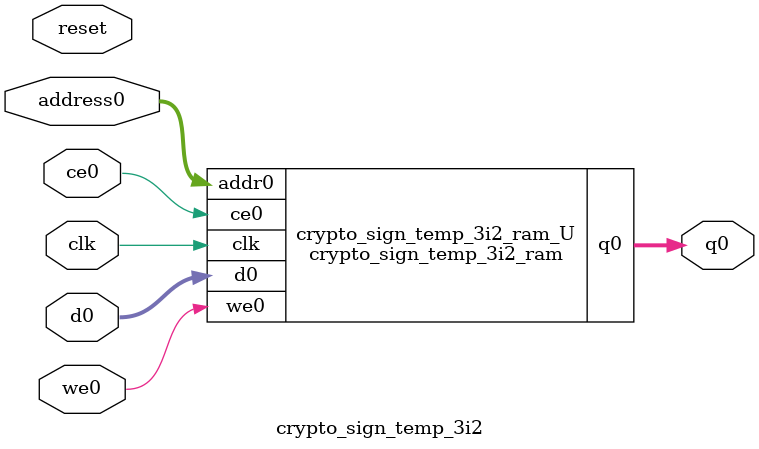
<source format=v>

`timescale 1 ns / 1 ps
module crypto_sign_temp_3i2_ram (addr0, ce0, d0, we0, q0,  clk);

parameter DWIDTH = 8;
parameter AWIDTH = 7;
parameter MEM_SIZE = 128;

input[AWIDTH-1:0] addr0;
input ce0;
input[DWIDTH-1:0] d0;
input we0;
output reg[DWIDTH-1:0] q0;
input clk;

(* ram_style = "block" *)reg [DWIDTH-1:0] ram[0:MEM_SIZE-1];




always @(posedge clk)  
begin 
    if (ce0) 
    begin
        if (we0) 
        begin 
            ram[addr0] <= d0; 
            q0 <= d0;
        end 
        else 
            q0 <= ram[addr0];
    end
end


endmodule


`timescale 1 ns / 1 ps
module crypto_sign_temp_3i2(
    reset,
    clk,
    address0,
    ce0,
    we0,
    d0,
    q0);

parameter DataWidth = 32'd8;
parameter AddressRange = 32'd128;
parameter AddressWidth = 32'd7;
input reset;
input clk;
input[AddressWidth - 1:0] address0;
input ce0;
input we0;
input[DataWidth - 1:0] d0;
output[DataWidth - 1:0] q0;



crypto_sign_temp_3i2_ram crypto_sign_temp_3i2_ram_U(
    .clk( clk ),
    .addr0( address0 ),
    .ce0( ce0 ),
    .d0( d0 ),
    .we0( we0 ),
    .q0( q0 ));

endmodule


</source>
